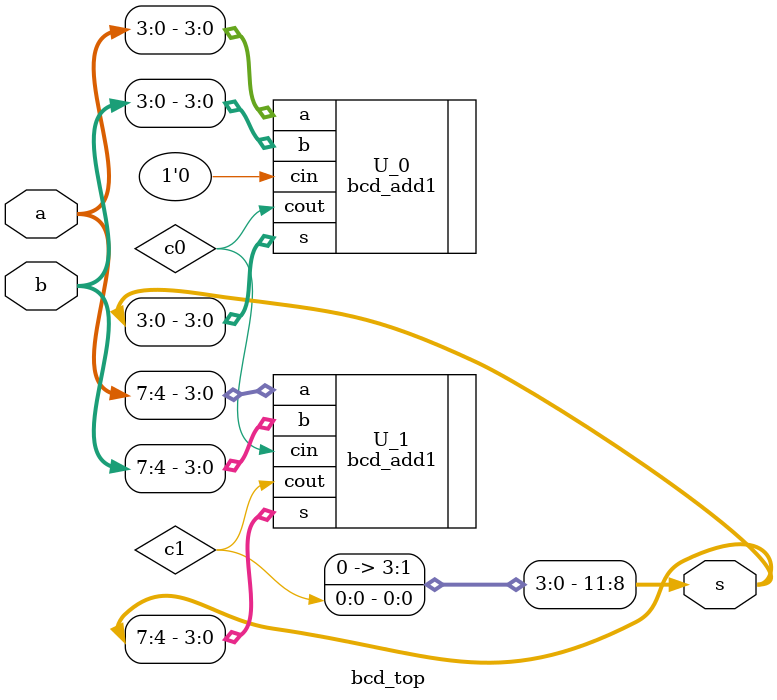
<source format=v>
`timescale 1ns / 1ps

module bcd_top(
    input  [7:0]  a,
    input  [7:0]  b,
    output [11:0] s
);
    wire c0, c1;

    bcd_add1 U_0(
        .a(a[3:0]),
        .b(b[3:0]),
        .cin(1'b0),
        .s(s[3:0]),
        .cout(c0)
    );

    bcd_add1 U_1(
        .a(a[7:4]),
        .b(b[7:4]),
        .cin(c0),
        .s(s[7:4]),
        .cout(c1)
    );

    assign s[11:8] = {3'b000, c1};

endmodule

</source>
